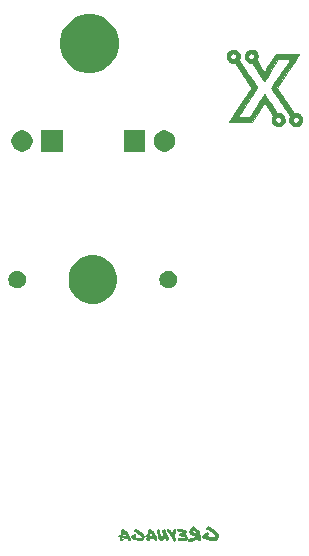
<source format=gbr>
G04 #@! TF.GenerationSoftware,KiCad,Pcbnew,5.1.4-e60b266~84~ubuntu18.04.1*
G04 #@! TF.CreationDate,2019-10-12T11:31:16-06:00*
G04 #@! TF.ProjectId,001,3030312e-6b69-4636-9164-5f7063625858,1*
G04 #@! TF.SameCoordinates,Original*
G04 #@! TF.FileFunction,Soldermask,Bot*
G04 #@! TF.FilePolarity,Negative*
%FSLAX46Y46*%
G04 Gerber Fmt 4.6, Leading zero omitted, Abs format (unit mm)*
G04 Created by KiCad (PCBNEW 5.1.4-e60b266~84~ubuntu18.04.1) date 2019-10-12 11:31:16*
%MOMM*%
%LPD*%
G04 APERTURE LIST*
%ADD10C,0.152400*%
%ADD11C,0.010000*%
G04 APERTURE END LIST*
D10*
G36*
X148139399Y-123636371D02*
G01*
X148134199Y-123601921D01*
X148132499Y-123562301D01*
X148011920Y-123352149D01*
X147848278Y-123179894D01*
X147824168Y-123155774D01*
X147805218Y-123129934D01*
X147782828Y-123109264D01*
X147751818Y-123095484D01*
X147648466Y-123004184D01*
X147522720Y-122924944D01*
X147391806Y-122847434D01*
X147271228Y-122761304D01*
X147241948Y-122769904D01*
X147217828Y-122768204D01*
X147178208Y-122814714D01*
X147126528Y-122840554D01*
X147076578Y-122871564D01*
X147040408Y-122919794D01*
X147052468Y-122928394D01*
X147047268Y-122947344D01*
X147043868Y-122966294D01*
X147059368Y-122974894D01*
X147047308Y-122986954D01*
X147035248Y-122999014D01*
X147040448Y-123016234D01*
X147040448Y-123035184D01*
X147133468Y-123088584D01*
X147240266Y-123140264D01*
X147353954Y-123200554D01*
X147467642Y-123272904D01*
X147583053Y-123364204D01*
X147693296Y-123471003D01*
X147793206Y-123586414D01*
X147872446Y-123701825D01*
X147863846Y-123717325D01*
X147853516Y-123732825D01*
X147731215Y-123732825D01*
X147617527Y-123739725D01*
X147608927Y-123725945D01*
X147598587Y-123713885D01*
X147379823Y-123675985D01*
X147173117Y-123620865D01*
X147228237Y-123601915D01*
X147228237Y-123584685D01*
X147209287Y-123567465D01*
X147255797Y-123526125D01*
X147276467Y-123458945D01*
X147264407Y-123434834D01*
X147276467Y-123412444D01*
X147286807Y-123412444D01*
X147290207Y-123419344D01*
X147293607Y-123426244D01*
X147302207Y-123426244D01*
X147293607Y-123395234D01*
X147283267Y-123365954D01*
X147140296Y-123271214D01*
X147085176Y-123307384D01*
X147016276Y-123345284D01*
X146942206Y-123384904D01*
X146871586Y-123422804D01*
X146818186Y-123457255D01*
X146775126Y-123498595D01*
X146733786Y-123539935D01*
X146683836Y-123574384D01*
X146680436Y-123619175D01*
X146677036Y-123660515D01*
X146756276Y-123760425D01*
X146861351Y-123829325D01*
X146983652Y-123879275D01*
X147118011Y-123917175D01*
X147257537Y-123955075D01*
X147393618Y-123999865D01*
X147443568Y-124001565D01*
X147483188Y-124006765D01*
X147521088Y-124013665D01*
X147562428Y-124018865D01*
X147574488Y-124022265D01*
X147581388Y-124030865D01*
X147643398Y-124036065D01*
X147689908Y-124036065D01*
X147739858Y-124042965D01*
X147788088Y-124048165D01*
X148030967Y-123937922D01*
X148127427Y-123653701D01*
X148130827Y-123643371D01*
X148139427Y-123636471D01*
X148139399Y-123636371D01*
X148139399Y-123636371D01*
G37*
G36*
X146604264Y-123904743D02*
G01*
X146180693Y-123295105D01*
X146209973Y-123374345D01*
X146058389Y-123334725D01*
X145908527Y-123272715D01*
X145953317Y-123171085D01*
X146029107Y-123117685D01*
X146029113Y-123117685D01*
X146079063Y-123177975D01*
X146134183Y-123233095D01*
X146180693Y-123295105D01*
X146604264Y-123904743D01*
X146619764Y-123892683D01*
X146635264Y-123863403D01*
X146616314Y-123863403D01*
X146623214Y-123794503D01*
X146607714Y-123732493D01*
X146593934Y-123673923D01*
X146599134Y-123613633D01*
X146587074Y-123610233D01*
X146580174Y-123586113D01*
X146578474Y-123555103D01*
X146580174Y-123527543D01*
X146545724Y-123417299D01*
X146521604Y-123305334D01*
X146499214Y-123196813D01*
X146464764Y-123096903D01*
X146414814Y-123103803D01*
X146378644Y-123126193D01*
X146283904Y-123026283D01*
X146201224Y-122912595D01*
X146104764Y-122812685D01*
X145972127Y-122761005D01*
X145879107Y-122824735D01*
X145794697Y-122907415D01*
X145768857Y-122926365D01*
X145741297Y-122943595D01*
X145741297Y-122969435D01*
X145701677Y-123022835D01*
X145672397Y-123086565D01*
X145646557Y-123153745D01*
X145618997Y-123217475D01*
X145622397Y-123236425D01*
X145618997Y-123251925D01*
X145613797Y-123269145D01*
X145612097Y-123291535D01*
X145672387Y-123439674D01*
X145799856Y-123530975D01*
X145958330Y-123591265D01*
X146111637Y-123644665D01*
X146104737Y-123651565D01*
X146099537Y-123661895D01*
X146020297Y-123711845D01*
X145966897Y-123744575D01*
X145911777Y-123765245D01*
X145827367Y-123785915D01*
X145744687Y-123806585D01*
X145689567Y-123818645D01*
X145637887Y-123825545D01*
X145563817Y-123834145D01*
X145532807Y-123878935D01*
X145515577Y-123930615D01*
X145513877Y-123980565D01*
X145527657Y-124016735D01*
X145519057Y-124023635D01*
X145501837Y-124023635D01*
X145522507Y-124044305D01*
X145539737Y-124068425D01*
X145560407Y-124090815D01*
X145587967Y-124102875D01*
X145746442Y-124104575D01*
X145992766Y-124025335D01*
X146113344Y-123975385D01*
X146194304Y-123932325D01*
X146258034Y-123885815D01*
X146325214Y-123825525D01*
X146332114Y-123832425D01*
X146337314Y-123839325D01*
X146364874Y-123951289D01*
X146416554Y-124039140D01*
X146454454Y-124044340D01*
X146476844Y-124063290D01*
X146502684Y-124061590D01*
X146518184Y-124052990D01*
X146533684Y-124042650D01*
X146561244Y-124039250D01*
X146571584Y-124009970D01*
X146599144Y-123996190D01*
X146595744Y-123970350D01*
X146600944Y-123949679D01*
X146607844Y-123929010D01*
X146604444Y-123904890D01*
X146604264Y-123904743D01*
X146604264Y-123904743D01*
G37*
G36*
X144550986Y-123083087D02*
G01*
X144550986Y-123102037D01*
X144552686Y-123112367D01*
X144552686Y-123124427D01*
X144549286Y-123141657D01*
X144633696Y-123222617D01*
X144735326Y-123253627D01*
X144849014Y-123272577D01*
X144962702Y-123317367D01*
X145004042Y-123317367D01*
X145055722Y-123322567D01*
X145081562Y-123338067D01*
X145112572Y-123346667D01*
X145107372Y-123379398D01*
X145102172Y-123405237D01*
X144969535Y-123403537D01*
X144824841Y-123394937D01*
X144826541Y-123406997D01*
X144828241Y-123415597D01*
X144804121Y-123437987D01*
X144780001Y-123462108D01*
X144755881Y-123482778D01*
X144724871Y-123487978D01*
X144716271Y-123518988D01*
X144719671Y-123551718D01*
X144774791Y-123591338D01*
X144833361Y-123625788D01*
X144897091Y-123651628D01*
X144971161Y-123658528D01*
X144984941Y-123658528D01*
X144995281Y-123653328D01*
X145034901Y-123658528D01*
X145072801Y-123663728D01*
X145119311Y-123656828D01*
X145165821Y-123649928D01*
X145215771Y-123727438D01*
X145255391Y-123815288D01*
X145158931Y-123822188D01*
X145084861Y-123816988D01*
X145014241Y-123808388D01*
X144922941Y-123804988D01*
X144841981Y-123780868D01*
X144754131Y-123760198D01*
X144730011Y-123779148D01*
X144711061Y-123803268D01*
X144690391Y-123822218D01*
X144664551Y-123829118D01*
X144655951Y-123846348D01*
X144650751Y-123863568D01*
X144645551Y-123879068D01*
X144630051Y-123882468D01*
X144690341Y-123970318D01*
X144766131Y-124015108D01*
X144862591Y-124039218D01*
X144978002Y-124059888D01*
X145003842Y-124058188D01*
X145027962Y-124054788D01*
X145122702Y-124070288D01*
X145234668Y-124075488D01*
X145343188Y-124059988D01*
X145427588Y-124015198D01*
X145446538Y-123987638D01*
X145468928Y-123961798D01*
X145475828Y-123911848D01*
X145486158Y-123855008D01*
X145494758Y-123794718D01*
X145491358Y-123741318D01*
X145470688Y-123694808D01*
X145458628Y-123650018D01*
X145448288Y-123641418D01*
X145434508Y-123634518D01*
X145412118Y-123575948D01*
X145387998Y-123522548D01*
X145362158Y-123470868D01*
X145336318Y-123410577D01*
X145372488Y-123362347D01*
X145387988Y-123308947D01*
X145396588Y-123253827D01*
X145408648Y-123195257D01*
X145367308Y-123153917D01*
X145312188Y-123126357D01*
X145248448Y-123109127D01*
X145176098Y-123093627D01*
X145053797Y-123059177D01*
X144946999Y-123040227D01*
X144836756Y-123024727D01*
X144707565Y-123004057D01*
X144678285Y-123019557D01*
X144662785Y-123010957D01*
X144654185Y-123000627D01*
X144611125Y-123050577D01*
X144550835Y-123083307D01*
X144550986Y-123083087D01*
X144550986Y-123083087D01*
G37*
G36*
X144041112Y-123601575D02*
G01*
X144061782Y-123627415D01*
X144079012Y-123656695D01*
X144097962Y-123692865D01*
X144123802Y-123723875D01*
X144141032Y-123765215D01*
X144168592Y-123797945D01*
X144249552Y-123947807D01*
X144259892Y-123978817D01*
X144275392Y-124006377D01*
X144282292Y-124018437D01*
X144287492Y-124027037D01*
X144290892Y-124044267D01*
X144309842Y-124068387D01*
X144328792Y-124087337D01*
X144340852Y-124101117D01*
X144366692Y-124111447D01*
X144519998Y-123977089D01*
X144518298Y-123959859D01*
X144513098Y-123942639D01*
X144506198Y-123921969D01*
X144490698Y-123873739D01*
X144461418Y-123830679D01*
X144445918Y-123792779D01*
X144404578Y-123711819D01*
X144366678Y-123646359D01*
X144344288Y-123608459D01*
X144385628Y-123558509D01*
X144425248Y-123475829D01*
X144449368Y-123405208D01*
X144454568Y-123367308D01*
X144461468Y-123334578D01*
X144470068Y-123296678D01*
X144473468Y-123257058D01*
X144483798Y-123232938D01*
X144480398Y-123215708D01*
X144478698Y-123184698D01*
X144487298Y-123143358D01*
X144495898Y-123105458D01*
X144497598Y-123064118D01*
X144487258Y-123026218D01*
X144454528Y-122993488D01*
X144425248Y-122991788D01*
X144395968Y-123009018D01*
X144366688Y-123024518D01*
X144330518Y-123041748D01*
X144294348Y-123064138D01*
X144282288Y-123088258D01*
X144259898Y-123107208D01*
X144259898Y-123126158D01*
X144258198Y-123145108D01*
X144251298Y-123172668D01*
X144244398Y-123193339D01*
X144239198Y-123239848D01*
X144228868Y-123279468D01*
X144218538Y-123319088D01*
X144216838Y-123363878D01*
X144199608Y-123351818D01*
X144192708Y-123346618D01*
X144185808Y-123341418D01*
X144084178Y-123203614D01*
X144087578Y-123186384D01*
X144051408Y-123151934D01*
X144025568Y-123126094D01*
X144003178Y-123100254D01*
X143984228Y-123086474D01*
X143827476Y-122979676D01*
X143803356Y-122976276D01*
X143796456Y-122998666D01*
X143768896Y-123033116D01*
X143722386Y-123062396D01*
X143706886Y-123072736D01*
X143698286Y-123098576D01*
X143699986Y-123114076D01*
X143693086Y-123131306D01*
X143727536Y-123191596D01*
X143765436Y-123226046D01*
X143794716Y-123251886D01*
X143813666Y-123279446D01*
X143825726Y-123293226D01*
X143872236Y-123348346D01*
X143877436Y-123369016D01*
X143898106Y-123369016D01*
X143906706Y-123375916D01*
X143923936Y-123405196D01*
X143941156Y-123427586D01*
X143949756Y-123436187D01*
X143954956Y-123449967D01*
X143960156Y-123463747D01*
X143987716Y-123498197D01*
X143999776Y-123522317D01*
X144013556Y-123549877D01*
X144032506Y-123575717D01*
X144041112Y-123601575D01*
X144041112Y-123601575D01*
G37*
G36*
X143532960Y-123739379D02*
G01*
X143555350Y-123758329D01*
X143569130Y-123787609D01*
X143581190Y-123816889D01*
X143598420Y-123828949D01*
X143608750Y-123853069D01*
X143622530Y-123875459D01*
X143632860Y-123899579D01*
X143629460Y-123928859D01*
X143646680Y-123958139D01*
X143655280Y-123994309D01*
X143669060Y-124023589D01*
X143706960Y-124033929D01*
X143708660Y-124042529D01*
X143703460Y-124054589D01*
X143732740Y-124056289D01*
X143755130Y-124064889D01*
X143810250Y-124028719D01*
X143848150Y-123971879D01*
X143877430Y-123906419D01*
X143901550Y-123849579D01*
X143899850Y-123813409D01*
X143911910Y-123782399D01*
X143890570Y-123737239D01*
X143868740Y-123691319D01*
X143846430Y-123644649D01*
X143823630Y-123597229D01*
X143800350Y-123549049D01*
X143776580Y-123500119D01*
X143752330Y-123450429D01*
X143727590Y-123399988D01*
X143702770Y-123349248D01*
X143678280Y-123298678D01*
X143654110Y-123248268D01*
X143630260Y-123198018D01*
X143606740Y-123147928D01*
X143583540Y-123097998D01*
X143560660Y-123048228D01*
X143538110Y-122998628D01*
X143460600Y-123034798D01*
X143389980Y-123079588D01*
X143334860Y-123139878D01*
X143305580Y-123213948D01*
X143314180Y-123222548D01*
X143321080Y-123224248D01*
X143314180Y-123236308D01*
X143314180Y-123243208D01*
X143314180Y-123253548D01*
X143308980Y-123269048D01*
X143319310Y-123270748D01*
X143329650Y-123270748D01*
X143326250Y-123301758D01*
X143333150Y-123324148D01*
X143341750Y-123344818D01*
X143340050Y-123372378D01*
X143348650Y-123375778D01*
X143352050Y-123380979D01*
X143357250Y-123386178D01*
X143364150Y-123386178D01*
X143360750Y-123461969D01*
X143364150Y-123539479D01*
X143362450Y-123620439D01*
X143350390Y-123706569D01*
X143252210Y-123613549D01*
X143191920Y-123486080D01*
X143155750Y-123334495D01*
X143129910Y-123169130D01*
X143105790Y-123131230D01*
X143090290Y-123084720D01*
X143076510Y-123034770D01*
X143059280Y-122988260D01*
X143016220Y-123005490D01*
X142981770Y-123033050D01*
X142949040Y-123060610D01*
X142905980Y-123076110D01*
X142868080Y-123132950D01*
X142845690Y-123191520D01*
X142859470Y-123222530D01*
X142868070Y-123256980D01*
X142881850Y-123289710D01*
X142905970Y-123313830D01*
X142919750Y-123396510D01*
X142935250Y-123468861D01*
X142947310Y-123544651D01*
X142950710Y-123629051D01*
X142979990Y-123713451D01*
X143004110Y-123794411D01*
X143047170Y-123847811D01*
X143079900Y-123909821D01*
X143088500Y-123913221D01*
X143100560Y-123908021D01*
X143100560Y-123918361D01*
X143105760Y-123925261D01*
X143109160Y-123932161D01*
X143105760Y-123945941D01*
X143148820Y-123975221D01*
X143190160Y-124009671D01*
X143241840Y-124030341D01*
X143319350Y-124018281D01*
X143445096Y-123899425D01*
X143532946Y-123739228D01*
X143532960Y-123739379D01*
X143532960Y-123739379D01*
G37*
G36*
X141979222Y-123908189D02*
G01*
X142477038Y-123610188D01*
X142384018Y-123603288D01*
X142289278Y-123587788D01*
X142315118Y-123480990D01*
X142344398Y-123369023D01*
X142354728Y-123386253D01*
X142421908Y-123467214D01*
X142475308Y-123551624D01*
X142495978Y-123582634D01*
X142514928Y-123613644D01*
X142495978Y-123611944D01*
X142477028Y-123610244D01*
X142477038Y-123610188D01*
X141979222Y-123908189D01*
X142010232Y-123968479D01*
X142056742Y-124021879D01*
X142115312Y-124059779D01*
X142184212Y-124077009D01*
X142215222Y-124064949D01*
X142230722Y-124054619D01*
X142241062Y-124049419D01*
X142247962Y-124044219D01*
X142268632Y-124035619D01*
X142261732Y-124013229D01*
X142263432Y-123992559D01*
X142284102Y-123970169D01*
X142294442Y-123959829D01*
X142303042Y-123949498D01*
X142332322Y-123916769D01*
X142285812Y-123904709D01*
X142228962Y-123873699D01*
X142216902Y-123809959D01*
X142275472Y-123808259D01*
X142321982Y-123820319D01*
X142385712Y-123835819D01*
X142454612Y-123841019D01*
X142480452Y-123841019D01*
X142506292Y-123837619D01*
X142523512Y-123834219D01*
X142530412Y-123813549D01*
X142537312Y-123806649D01*
X142556262Y-123784259D01*
X142559662Y-123746359D01*
X142569992Y-123715349D01*
X142585492Y-123758409D01*
X142592392Y-123775639D01*
X142609622Y-123779039D01*
X142614822Y-123787639D01*
X142616522Y-123796239D01*
X142625122Y-123825519D01*
X142632022Y-123832419D01*
X142638922Y-123837619D01*
X142647522Y-123868629D01*
X142657862Y-123897909D01*
X142673362Y-123942699D01*
X142676762Y-123984039D01*
X142683662Y-124002989D01*
X142702612Y-124020219D01*
X142723282Y-124030549D01*
X142733622Y-124037449D01*
X142742222Y-124040849D01*
X142747422Y-124059799D01*
X142768092Y-124063199D01*
X142795652Y-124068399D01*
X142812882Y-124070099D01*
X142830112Y-124068399D01*
X142859392Y-124044279D01*
X142883512Y-124025329D01*
X142900732Y-123994319D01*
X142904132Y-123975369D01*
X142907532Y-123958139D01*
X142912732Y-123947809D01*
X142935122Y-123927139D01*
X142916172Y-123911639D01*
X142914472Y-123882359D01*
X142842122Y-123713550D01*
X142761162Y-123548185D01*
X142735322Y-123493065D01*
X142707762Y-123437944D01*
X142709462Y-123425884D01*
X142706062Y-123410384D01*
X142675052Y-123358704D01*
X142650932Y-123310474D01*
X142623372Y-123253634D01*
X142585472Y-123196794D01*
X142557912Y-123184735D01*
X142545852Y-123181334D01*
X142530352Y-123177934D01*
X142504512Y-123181334D01*
X142420112Y-123119324D01*
X142346042Y-123021134D01*
X142328812Y-122997024D01*
X142306422Y-123010804D01*
X142282302Y-123021134D01*
X142249572Y-123029734D01*
X142191002Y-123045234D01*
X142146212Y-123071074D01*
X142134152Y-123112414D01*
X142128952Y-123139974D01*
X142120352Y-123198544D01*
X142113452Y-123264004D01*
X142099672Y-123322574D01*
X142087612Y-123379414D01*
X142070392Y-123460375D01*
X142048002Y-123532725D01*
X142030772Y-123534425D01*
X142013552Y-123529225D01*
X141991162Y-123525825D01*
X141972212Y-123524125D01*
X141965312Y-123541355D01*
X141948082Y-123558585D01*
X141915352Y-123568925D01*
X141896402Y-123584425D01*
X141882622Y-123594765D01*
X141856782Y-123605095D01*
X141870562Y-123630935D01*
X141920512Y-123691225D01*
X141991132Y-123737735D01*
X141989432Y-123758405D01*
X141984232Y-123777355D01*
X141975632Y-123837645D01*
X141975632Y-123901375D01*
X141979222Y-123908189D01*
X141979222Y-123908189D01*
G37*
G36*
X140642524Y-123742824D02*
G01*
X140751045Y-123858235D01*
X140899184Y-123925415D01*
X141069716Y-123971925D01*
X141240249Y-124025325D01*
X141283309Y-124027025D01*
X141317759Y-124032225D01*
X141348769Y-124037425D01*
X141383219Y-124040825D01*
X141391819Y-124044225D01*
X141397019Y-124051125D01*
X141450419Y-124056325D01*
X141488319Y-124056325D01*
X141531379Y-124061525D01*
X141569279Y-124066725D01*
X141772540Y-123975425D01*
X141853500Y-123737713D01*
X141856900Y-123727383D01*
X141863800Y-123722183D01*
X141860400Y-123692903D01*
X141858700Y-123661893D01*
X141757070Y-123486193D01*
X141620989Y-123341498D01*
X141600319Y-123320828D01*
X141584819Y-123300158D01*
X141565869Y-123282928D01*
X141540029Y-123270868D01*
X141453899Y-123195078D01*
X141348824Y-123129618D01*
X141240304Y-123065888D01*
X141140394Y-122993538D01*
X141112834Y-122998738D01*
X141093884Y-122998738D01*
X141061154Y-123034908D01*
X141018094Y-123057298D01*
X140976754Y-123083138D01*
X140947474Y-123124478D01*
X140957814Y-123133078D01*
X140952614Y-123148578D01*
X140950914Y-123164078D01*
X140962974Y-123170978D01*
X140952644Y-123181318D01*
X140942304Y-123189918D01*
X140947504Y-123203698D01*
X140947504Y-123220928D01*
X141025024Y-123263988D01*
X141112874Y-123308778D01*
X141207614Y-123358728D01*
X141302354Y-123419018D01*
X141397094Y-123496539D01*
X141490114Y-123584389D01*
X141574524Y-123680849D01*
X141641704Y-123777309D01*
X141634804Y-123791089D01*
X141626204Y-123803149D01*
X141524574Y-123803149D01*
X141428114Y-123808349D01*
X141421214Y-123798009D01*
X141412614Y-123787669D01*
X141230024Y-123756659D01*
X141057769Y-123710149D01*
X141083609Y-123701549D01*
X141104279Y-123692949D01*
X141104279Y-123679169D01*
X141087049Y-123665389D01*
X141126669Y-123630939D01*
X141143899Y-123575819D01*
X141133569Y-123555149D01*
X141143899Y-123536199D01*
X141152499Y-123536199D01*
X141155899Y-123541399D01*
X141157599Y-123548299D01*
X141166199Y-123546599D01*
X141159299Y-123520759D01*
X141148959Y-123496649D01*
X141030104Y-123417408D01*
X140983594Y-123448419D01*
X140926754Y-123481149D01*
X140864744Y-123513879D01*
X140804454Y-123544889D01*
X140761394Y-123572449D01*
X140725224Y-123608619D01*
X140690774Y-123643069D01*
X140647714Y-123672349D01*
X140646014Y-123708519D01*
X140642614Y-123742969D01*
X140642524Y-123742824D01*
X140642524Y-123742824D01*
G37*
G36*
X139714223Y-123896496D02*
G01*
X140208439Y-123591681D01*
X140115419Y-123584781D01*
X140020679Y-123569280D01*
X140046519Y-123462483D01*
X140075799Y-123350516D01*
X140086139Y-123367746D01*
X140153319Y-123448707D01*
X140206719Y-123533117D01*
X140227389Y-123564127D01*
X140246339Y-123595137D01*
X140227389Y-123593437D01*
X140208439Y-123591737D01*
X140208439Y-123591681D01*
X139714223Y-123896496D01*
X139745233Y-123956786D01*
X139791743Y-124010186D01*
X139850313Y-124048086D01*
X139919213Y-124065316D01*
X139950223Y-124053256D01*
X139965723Y-124042926D01*
X139976063Y-124037726D01*
X139982963Y-124032526D01*
X140003633Y-124023926D01*
X139996733Y-124001536D01*
X139998433Y-123980866D01*
X140019103Y-123958476D01*
X140029443Y-123948135D01*
X140038043Y-123937806D01*
X140067323Y-123905076D01*
X140020813Y-123893016D01*
X139963963Y-123862006D01*
X139951903Y-123798266D01*
X140010473Y-123796566D01*
X140056983Y-123808626D01*
X140120713Y-123824126D01*
X140189613Y-123829326D01*
X140215453Y-123829326D01*
X140241293Y-123825926D01*
X140258513Y-123822526D01*
X140265413Y-123801856D01*
X140272313Y-123794956D01*
X140291263Y-123772566D01*
X140294663Y-123734666D01*
X140304993Y-123703655D01*
X140320493Y-123746716D01*
X140327393Y-123763946D01*
X140344623Y-123767346D01*
X140349823Y-123775946D01*
X140351523Y-123784546D01*
X140360123Y-123813826D01*
X140367023Y-123820726D01*
X140373923Y-123825926D01*
X140382523Y-123856936D01*
X140392863Y-123886216D01*
X140408363Y-123931006D01*
X140411763Y-123972346D01*
X140418663Y-123991296D01*
X140437613Y-124008526D01*
X140458283Y-124018856D01*
X140468623Y-124025756D01*
X140477223Y-124029156D01*
X140482423Y-124048106D01*
X140503093Y-124051506D01*
X140530653Y-124056706D01*
X140547883Y-124058406D01*
X140565113Y-124056706D01*
X140594393Y-124032586D01*
X140618513Y-124013636D01*
X140635733Y-123982626D01*
X140639133Y-123963675D01*
X140642533Y-123946446D01*
X140647733Y-123936116D01*
X140670123Y-123915446D01*
X140651173Y-123899946D01*
X140649473Y-123870666D01*
X140577123Y-123701857D01*
X140496163Y-123536492D01*
X140470323Y-123481372D01*
X140442763Y-123426251D01*
X140444463Y-123414191D01*
X140441063Y-123398691D01*
X140410053Y-123347011D01*
X140385933Y-123298781D01*
X140358373Y-123241941D01*
X140320473Y-123185102D01*
X140292913Y-123173041D01*
X140280853Y-123169641D01*
X140265353Y-123166241D01*
X140239513Y-123169641D01*
X140155113Y-123107631D01*
X140081043Y-123009441D01*
X140063813Y-122985331D01*
X140041423Y-122999111D01*
X140017303Y-123009441D01*
X139984573Y-123018041D01*
X139926003Y-123033541D01*
X139881213Y-123059381D01*
X139869153Y-123100721D01*
X139863953Y-123128281D01*
X139855353Y-123186851D01*
X139848453Y-123252311D01*
X139834673Y-123310881D01*
X139822613Y-123367721D01*
X139805383Y-123448682D01*
X139782993Y-123521032D01*
X139765763Y-123522732D01*
X139748543Y-123517532D01*
X139726153Y-123514132D01*
X139707203Y-123512432D01*
X139700303Y-123529662D01*
X139683073Y-123546892D01*
X139650343Y-123557232D01*
X139631393Y-123572732D01*
X139617613Y-123583072D01*
X139591773Y-123593402D01*
X139605553Y-123619242D01*
X139655503Y-123679532D01*
X139726123Y-123726042D01*
X139724423Y-123746712D01*
X139719223Y-123765662D01*
X139710623Y-123825952D01*
X139710623Y-123889682D01*
X139714223Y-123896496D01*
X139714223Y-123896496D01*
G37*
D11*
G36*
X149486695Y-82472001D02*
G01*
X149617544Y-82530621D01*
X149732153Y-82624035D01*
X149816629Y-82736766D01*
X149847187Y-82794715D01*
X149864839Y-82849135D01*
X149872932Y-82915466D01*
X149874817Y-83005083D01*
X149870184Y-83119148D01*
X149855120Y-83202929D01*
X149836044Y-83252356D01*
X149797272Y-83330296D01*
X150585697Y-84467038D01*
X150721401Y-84663077D01*
X150849717Y-84849186D01*
X150968638Y-85022404D01*
X151076155Y-85179773D01*
X151170262Y-85318331D01*
X151248949Y-85435119D01*
X151310209Y-85527175D01*
X151352034Y-85591541D01*
X151372417Y-85625255D01*
X151374122Y-85629402D01*
X151362805Y-85650995D01*
X151330109Y-85705022D01*
X151277914Y-85788551D01*
X151208102Y-85898646D01*
X151122555Y-86032373D01*
X151023153Y-86186797D01*
X150911777Y-86358984D01*
X150790310Y-86546000D01*
X150660632Y-86744909D01*
X150577364Y-86872259D01*
X150443219Y-87077403D01*
X150315782Y-87272685D01*
X150196974Y-87455139D01*
X150088715Y-87621796D01*
X149992923Y-87769692D01*
X149911518Y-87895858D01*
X149846419Y-87997330D01*
X149799547Y-88071140D01*
X149772820Y-88114321D01*
X149767239Y-88124330D01*
X149766081Y-88135529D01*
X149775564Y-88144052D01*
X149800552Y-88150258D01*
X149845906Y-88154508D01*
X149916491Y-88157160D01*
X150017170Y-88158576D01*
X150152806Y-88159114D01*
X150238147Y-88159167D01*
X150722422Y-88159167D01*
X151318940Y-87201375D01*
X151433181Y-87018070D01*
X151541300Y-86844832D01*
X151641116Y-86685138D01*
X151730448Y-86542465D01*
X151807116Y-86420292D01*
X151868938Y-86322095D01*
X151913733Y-86251352D01*
X151939322Y-86211541D01*
X151943952Y-86204697D01*
X151952320Y-86198208D01*
X151964173Y-86200511D01*
X151981495Y-86214426D01*
X152006269Y-86242774D01*
X152040479Y-86288376D01*
X152086107Y-86354053D01*
X152145137Y-86442626D01*
X152219553Y-86556915D01*
X152311337Y-86699742D01*
X152422474Y-86873928D01*
X152498311Y-86993155D01*
X153024174Y-87820500D01*
X153142829Y-87820965D01*
X153290199Y-87841307D01*
X153422211Y-87897901D01*
X153533643Y-87985894D01*
X153619277Y-88100436D01*
X153673895Y-88236678D01*
X153689839Y-88329330D01*
X153683996Y-88477368D01*
X153642201Y-88611925D01*
X153569786Y-88728888D01*
X153472083Y-88824141D01*
X153354423Y-88893572D01*
X153222139Y-88933066D01*
X153080562Y-88938509D01*
X152940263Y-88907672D01*
X152829796Y-88849687D01*
X152727335Y-88762012D01*
X152645899Y-88656992D01*
X152616670Y-88600765D01*
X152582529Y-88477370D01*
X152578513Y-88393065D01*
X152891067Y-88393065D01*
X152897350Y-88455959D01*
X152922106Y-88506487D01*
X152965676Y-88555509D01*
X153013292Y-88599487D01*
X153052825Y-88619873D01*
X153103226Y-88623272D01*
X153149627Y-88619612D01*
X153225189Y-88606977D01*
X153277700Y-88581233D01*
X153318434Y-88542552D01*
X153366084Y-88460616D01*
X153379730Y-88367916D01*
X153358790Y-88277697D01*
X153332013Y-88233539D01*
X153272916Y-88179308D01*
X153199933Y-88140633D01*
X153128698Y-88124515D01*
X153095888Y-88127814D01*
X152994873Y-88170387D01*
X152929492Y-88233986D01*
X152896570Y-88322720D01*
X152891067Y-88393065D01*
X152578513Y-88393065D01*
X152576076Y-88341937D01*
X152596871Y-88210930D01*
X152629391Y-88126803D01*
X152673844Y-88041522D01*
X152332664Y-87504363D01*
X152246542Y-87369619D01*
X152167213Y-87247120D01*
X152097613Y-87141272D01*
X152040675Y-87056478D01*
X151999335Y-86997144D01*
X151976529Y-86967675D01*
X151973429Y-86965226D01*
X151958855Y-86982214D01*
X151924356Y-87031619D01*
X151872259Y-87109847D01*
X151804890Y-87213302D01*
X151724577Y-87338390D01*
X151633646Y-87481515D01*
X151534425Y-87639082D01*
X151454091Y-87767583D01*
X150952808Y-88571917D01*
X150036310Y-88563585D01*
X149841173Y-88561533D01*
X149657426Y-88559067D01*
X149489766Y-88556291D01*
X149342887Y-88553304D01*
X149221487Y-88550209D01*
X149130261Y-88547108D01*
X149073906Y-88544103D01*
X149058929Y-88542418D01*
X148998045Y-88529583D01*
X149939139Y-87091088D01*
X150084712Y-86868364D01*
X150223398Y-86655764D01*
X150353472Y-86455960D01*
X150473205Y-86271623D01*
X150580873Y-86105425D01*
X150674749Y-85960037D01*
X150753105Y-85838129D01*
X150814216Y-85742374D01*
X150856355Y-85675442D01*
X150877796Y-85640004D01*
X150880233Y-85635012D01*
X150868499Y-85614892D01*
X150834707Y-85563120D01*
X150780968Y-85482796D01*
X150709395Y-85377022D01*
X150622100Y-85248900D01*
X150521197Y-85101531D01*
X150408797Y-84938017D01*
X150287014Y-84761459D01*
X150171219Y-84594093D01*
X149462204Y-83570755D01*
X149327706Y-83569980D01*
X149197031Y-83558526D01*
X149088509Y-83521869D01*
X148986572Y-83454025D01*
X148954871Y-83426625D01*
X148854936Y-83312352D01*
X148793354Y-83182691D01*
X148769128Y-83057170D01*
X148770637Y-83016931D01*
X149080517Y-83016931D01*
X149096428Y-83104160D01*
X149141822Y-83180683D01*
X149212259Y-83234259D01*
X149287135Y-83263193D01*
X149352376Y-83264708D01*
X149426670Y-83240804D01*
X149506013Y-83186818D01*
X149553593Y-83105765D01*
X149567900Y-83010538D01*
X149552075Y-82911213D01*
X149502924Y-82836629D01*
X149440666Y-82793296D01*
X149342967Y-82763926D01*
X149245780Y-82776855D01*
X149210159Y-82792335D01*
X149137334Y-82850886D01*
X149094136Y-82929129D01*
X149080517Y-83016931D01*
X148770637Y-83016931D01*
X148774883Y-82903771D01*
X148819490Y-82764641D01*
X148900679Y-82644005D01*
X149016177Y-82546088D01*
X149056905Y-82521923D01*
X149200358Y-82465950D01*
X149345627Y-82449877D01*
X149486695Y-82472001D01*
X149486695Y-82472001D01*
G37*
X149486695Y-82472001D02*
X149617544Y-82530621D01*
X149732153Y-82624035D01*
X149816629Y-82736766D01*
X149847187Y-82794715D01*
X149864839Y-82849135D01*
X149872932Y-82915466D01*
X149874817Y-83005083D01*
X149870184Y-83119148D01*
X149855120Y-83202929D01*
X149836044Y-83252356D01*
X149797272Y-83330296D01*
X150585697Y-84467038D01*
X150721401Y-84663077D01*
X150849717Y-84849186D01*
X150968638Y-85022404D01*
X151076155Y-85179773D01*
X151170262Y-85318331D01*
X151248949Y-85435119D01*
X151310209Y-85527175D01*
X151352034Y-85591541D01*
X151372417Y-85625255D01*
X151374122Y-85629402D01*
X151362805Y-85650995D01*
X151330109Y-85705022D01*
X151277914Y-85788551D01*
X151208102Y-85898646D01*
X151122555Y-86032373D01*
X151023153Y-86186797D01*
X150911777Y-86358984D01*
X150790310Y-86546000D01*
X150660632Y-86744909D01*
X150577364Y-86872259D01*
X150443219Y-87077403D01*
X150315782Y-87272685D01*
X150196974Y-87455139D01*
X150088715Y-87621796D01*
X149992923Y-87769692D01*
X149911518Y-87895858D01*
X149846419Y-87997330D01*
X149799547Y-88071140D01*
X149772820Y-88114321D01*
X149767239Y-88124330D01*
X149766081Y-88135529D01*
X149775564Y-88144052D01*
X149800552Y-88150258D01*
X149845906Y-88154508D01*
X149916491Y-88157160D01*
X150017170Y-88158576D01*
X150152806Y-88159114D01*
X150238147Y-88159167D01*
X150722422Y-88159167D01*
X151318940Y-87201375D01*
X151433181Y-87018070D01*
X151541300Y-86844832D01*
X151641116Y-86685138D01*
X151730448Y-86542465D01*
X151807116Y-86420292D01*
X151868938Y-86322095D01*
X151913733Y-86251352D01*
X151939322Y-86211541D01*
X151943952Y-86204697D01*
X151952320Y-86198208D01*
X151964173Y-86200511D01*
X151981495Y-86214426D01*
X152006269Y-86242774D01*
X152040479Y-86288376D01*
X152086107Y-86354053D01*
X152145137Y-86442626D01*
X152219553Y-86556915D01*
X152311337Y-86699742D01*
X152422474Y-86873928D01*
X152498311Y-86993155D01*
X153024174Y-87820500D01*
X153142829Y-87820965D01*
X153290199Y-87841307D01*
X153422211Y-87897901D01*
X153533643Y-87985894D01*
X153619277Y-88100436D01*
X153673895Y-88236678D01*
X153689839Y-88329330D01*
X153683996Y-88477368D01*
X153642201Y-88611925D01*
X153569786Y-88728888D01*
X153472083Y-88824141D01*
X153354423Y-88893572D01*
X153222139Y-88933066D01*
X153080562Y-88938509D01*
X152940263Y-88907672D01*
X152829796Y-88849687D01*
X152727335Y-88762012D01*
X152645899Y-88656992D01*
X152616670Y-88600765D01*
X152582529Y-88477370D01*
X152578513Y-88393065D01*
X152891067Y-88393065D01*
X152897350Y-88455959D01*
X152922106Y-88506487D01*
X152965676Y-88555509D01*
X153013292Y-88599487D01*
X153052825Y-88619873D01*
X153103226Y-88623272D01*
X153149627Y-88619612D01*
X153225189Y-88606977D01*
X153277700Y-88581233D01*
X153318434Y-88542552D01*
X153366084Y-88460616D01*
X153379730Y-88367916D01*
X153358790Y-88277697D01*
X153332013Y-88233539D01*
X153272916Y-88179308D01*
X153199933Y-88140633D01*
X153128698Y-88124515D01*
X153095888Y-88127814D01*
X152994873Y-88170387D01*
X152929492Y-88233986D01*
X152896570Y-88322720D01*
X152891067Y-88393065D01*
X152578513Y-88393065D01*
X152576076Y-88341937D01*
X152596871Y-88210930D01*
X152629391Y-88126803D01*
X152673844Y-88041522D01*
X152332664Y-87504363D01*
X152246542Y-87369619D01*
X152167213Y-87247120D01*
X152097613Y-87141272D01*
X152040675Y-87056478D01*
X151999335Y-86997144D01*
X151976529Y-86967675D01*
X151973429Y-86965226D01*
X151958855Y-86982214D01*
X151924356Y-87031619D01*
X151872259Y-87109847D01*
X151804890Y-87213302D01*
X151724577Y-87338390D01*
X151633646Y-87481515D01*
X151534425Y-87639082D01*
X151454091Y-87767583D01*
X150952808Y-88571917D01*
X150036310Y-88563585D01*
X149841173Y-88561533D01*
X149657426Y-88559067D01*
X149489766Y-88556291D01*
X149342887Y-88553304D01*
X149221487Y-88550209D01*
X149130261Y-88547108D01*
X149073906Y-88544103D01*
X149058929Y-88542418D01*
X148998045Y-88529583D01*
X149939139Y-87091088D01*
X150084712Y-86868364D01*
X150223398Y-86655764D01*
X150353472Y-86455960D01*
X150473205Y-86271623D01*
X150580873Y-86105425D01*
X150674749Y-85960037D01*
X150753105Y-85838129D01*
X150814216Y-85742374D01*
X150856355Y-85675442D01*
X150877796Y-85640004D01*
X150880233Y-85635012D01*
X150868499Y-85614892D01*
X150834707Y-85563120D01*
X150780968Y-85482796D01*
X150709395Y-85377022D01*
X150622100Y-85248900D01*
X150521197Y-85101531D01*
X150408797Y-84938017D01*
X150287014Y-84761459D01*
X150171219Y-84594093D01*
X149462204Y-83570755D01*
X149327706Y-83569980D01*
X149197031Y-83558526D01*
X149088509Y-83521869D01*
X148986572Y-83454025D01*
X148954871Y-83426625D01*
X148854936Y-83312352D01*
X148793354Y-83182691D01*
X148769128Y-83057170D01*
X148770637Y-83016931D01*
X149080517Y-83016931D01*
X149096428Y-83104160D01*
X149141822Y-83180683D01*
X149212259Y-83234259D01*
X149287135Y-83263193D01*
X149352376Y-83264708D01*
X149426670Y-83240804D01*
X149506013Y-83186818D01*
X149553593Y-83105765D01*
X149567900Y-83010538D01*
X149552075Y-82911213D01*
X149502924Y-82836629D01*
X149440666Y-82793296D01*
X149342967Y-82763926D01*
X149245780Y-82776855D01*
X149210159Y-82792335D01*
X149137334Y-82850886D01*
X149094136Y-82929129D01*
X149080517Y-83016931D01*
X148770637Y-83016931D01*
X148774883Y-82903771D01*
X148819490Y-82764641D01*
X148900679Y-82644005D01*
X149016177Y-82546088D01*
X149056905Y-82521923D01*
X149200358Y-82465950D01*
X149345627Y-82449877D01*
X149486695Y-82472001D01*
G36*
X150977201Y-82460820D02*
G01*
X151105718Y-82507149D01*
X151220497Y-82584312D01*
X151315009Y-82690904D01*
X151377182Y-82810412D01*
X151403092Y-82923346D01*
X151405519Y-83051015D01*
X151385434Y-83175027D01*
X151353463Y-83259907D01*
X151309518Y-83344219D01*
X151626899Y-83848371D01*
X151722939Y-84000063D01*
X151799420Y-84118654D01*
X151858621Y-84207306D01*
X151902822Y-84269185D01*
X151934302Y-84307455D01*
X151955339Y-84325278D01*
X151968214Y-84325821D01*
X151969787Y-84324387D01*
X151986113Y-84300773D01*
X152022129Y-84245038D01*
X152075361Y-84161125D01*
X152143334Y-84052979D01*
X152223572Y-83924544D01*
X152313599Y-83779766D01*
X152410941Y-83622587D01*
X152455692Y-83550125D01*
X152916090Y-82804000D01*
X153930162Y-82804000D01*
X154132830Y-82804219D01*
X154321997Y-82804848D01*
X154493568Y-82805842D01*
X154643450Y-82807157D01*
X154767547Y-82808751D01*
X154861767Y-82810579D01*
X154922014Y-82812596D01*
X154944196Y-82814760D01*
X154944233Y-82814854D01*
X154932697Y-82833678D01*
X154899259Y-82884978D01*
X154845675Y-82966126D01*
X154773700Y-83074492D01*
X154685090Y-83207447D01*
X154581600Y-83362361D01*
X154464987Y-83536605D01*
X154337004Y-83727550D01*
X154199409Y-83932566D01*
X154053957Y-84149024D01*
X153981700Y-84256461D01*
X153019167Y-85687212D01*
X153153774Y-85880731D01*
X153193059Y-85937415D01*
X153253306Y-86024618D01*
X153331505Y-86137971D01*
X153424643Y-86273103D01*
X153529709Y-86425642D01*
X153643693Y-86591219D01*
X153763581Y-86765462D01*
X153885045Y-86942083D01*
X154481710Y-87809917D01*
X154644222Y-87822533D01*
X154769329Y-87838884D01*
X154866918Y-87869617D01*
X154950957Y-87920682D01*
X155020427Y-87982771D01*
X155107414Y-88092001D01*
X155158032Y-88213040D01*
X155175994Y-88355139D01*
X155176137Y-88370833D01*
X155156786Y-88526770D01*
X155100586Y-88665696D01*
X155010317Y-88782944D01*
X154888759Y-88873845D01*
X154870772Y-88883500D01*
X154777220Y-88915869D01*
X154663107Y-88932872D01*
X154547865Y-88933019D01*
X154453006Y-88915522D01*
X154315880Y-88849281D01*
X154205481Y-88754037D01*
X154124747Y-88635804D01*
X154076615Y-88500594D01*
X154064023Y-88354421D01*
X154066260Y-88341358D01*
X154377200Y-88341358D01*
X154381750Y-88436692D01*
X154404749Y-88498348D01*
X154463041Y-88569134D01*
X154543099Y-88611713D01*
X154633184Y-88623755D01*
X154721559Y-88602929D01*
X154771863Y-88571224D01*
X154836879Y-88494424D01*
X154866713Y-88410006D01*
X154865079Y-88325295D01*
X154835690Y-88247616D01*
X154782259Y-88184293D01*
X154708499Y-88142650D01*
X154618123Y-88130012D01*
X154553498Y-88140467D01*
X154466912Y-88184012D01*
X154406867Y-88254053D01*
X154377200Y-88341358D01*
X154066260Y-88341358D01*
X154089909Y-88203299D01*
X154095932Y-88184552D01*
X154116852Y-88112826D01*
X154127519Y-88055377D01*
X154125909Y-88025802D01*
X154111592Y-88004408D01*
X154075311Y-87951097D01*
X154019092Y-87868827D01*
X153944966Y-87760558D01*
X153854961Y-87629249D01*
X153751105Y-87477860D01*
X153635429Y-87309350D01*
X153509959Y-87126678D01*
X153376726Y-86932803D01*
X153319634Y-86849755D01*
X153179346Y-86645033D01*
X153048250Y-86452406D01*
X152928158Y-86274612D01*
X152820879Y-86114389D01*
X152728225Y-85974476D01*
X152652005Y-85857611D01*
X152594029Y-85766533D01*
X152556108Y-85703982D01*
X152540053Y-85672694D01*
X152539710Y-85669939D01*
X152553158Y-85647857D01*
X152588334Y-85593628D01*
X152643280Y-85510190D01*
X152716036Y-85400483D01*
X152804644Y-85267445D01*
X152907145Y-85114014D01*
X153021579Y-84943129D01*
X153145988Y-84757729D01*
X153278412Y-84560753D01*
X153355982Y-84445532D01*
X153491691Y-84243889D01*
X153620214Y-84052606D01*
X153739628Y-83874563D01*
X153848011Y-83712643D01*
X153943438Y-83569728D01*
X154023988Y-83448700D01*
X154087738Y-83352442D01*
X154132764Y-83283835D01*
X154157144Y-83245762D01*
X154161067Y-83238805D01*
X154140859Y-83235660D01*
X154084074Y-83232920D01*
X153996466Y-83230703D01*
X153883788Y-83229127D01*
X153751795Y-83228310D01*
X153647775Y-83228260D01*
X153134483Y-83229186D01*
X152553030Y-84171808D01*
X152441304Y-84352692D01*
X152336148Y-84522476D01*
X152239672Y-84677785D01*
X152153987Y-84815241D01*
X152081204Y-84931470D01*
X152023435Y-85023095D01*
X151982789Y-85086739D01*
X151961378Y-85119026D01*
X151958689Y-85122395D01*
X151945099Y-85106752D01*
X151911430Y-85058794D01*
X151860029Y-84982113D01*
X151793238Y-84880302D01*
X151713403Y-84756953D01*
X151622868Y-84615658D01*
X151523977Y-84460010D01*
X151453393Y-84348180D01*
X150960984Y-83566000D01*
X150841233Y-83565793D01*
X150696339Y-83546916D01*
X150569877Y-83494677D01*
X150464184Y-83414864D01*
X150381597Y-83313269D01*
X150324451Y-83195684D01*
X150295085Y-83067897D01*
X150295154Y-83055685D01*
X150607658Y-83055685D01*
X150618964Y-83103765D01*
X150649951Y-83150287D01*
X150657461Y-83159353D01*
X150719817Y-83213219D01*
X150793449Y-83247995D01*
X150862694Y-83257041D01*
X150880233Y-83253756D01*
X150923387Y-83239622D01*
X150969160Y-83223209D01*
X151038394Y-83176634D01*
X151084064Y-83104161D01*
X151101572Y-83017738D01*
X151086321Y-82929314D01*
X151084240Y-82924149D01*
X151029359Y-82839138D01*
X150953504Y-82783561D01*
X150865847Y-82759798D01*
X150775558Y-82770230D01*
X150691809Y-82817236D01*
X150687348Y-82821132D01*
X150642501Y-82870833D01*
X150619256Y-82928223D01*
X150610653Y-82986135D01*
X150607658Y-83055685D01*
X150295154Y-83055685D01*
X150295833Y-82935700D01*
X150329032Y-82804884D01*
X150397020Y-82681239D01*
X150456383Y-82612001D01*
X150574538Y-82520917D01*
X150705080Y-82466297D01*
X150841478Y-82446734D01*
X150977201Y-82460820D01*
X150977201Y-82460820D01*
G37*
X150977201Y-82460820D02*
X151105718Y-82507149D01*
X151220497Y-82584312D01*
X151315009Y-82690904D01*
X151377182Y-82810412D01*
X151403092Y-82923346D01*
X151405519Y-83051015D01*
X151385434Y-83175027D01*
X151353463Y-83259907D01*
X151309518Y-83344219D01*
X151626899Y-83848371D01*
X151722939Y-84000063D01*
X151799420Y-84118654D01*
X151858621Y-84207306D01*
X151902822Y-84269185D01*
X151934302Y-84307455D01*
X151955339Y-84325278D01*
X151968214Y-84325821D01*
X151969787Y-84324387D01*
X151986113Y-84300773D01*
X152022129Y-84245038D01*
X152075361Y-84161125D01*
X152143334Y-84052979D01*
X152223572Y-83924544D01*
X152313599Y-83779766D01*
X152410941Y-83622587D01*
X152455692Y-83550125D01*
X152916090Y-82804000D01*
X153930162Y-82804000D01*
X154132830Y-82804219D01*
X154321997Y-82804848D01*
X154493568Y-82805842D01*
X154643450Y-82807157D01*
X154767547Y-82808751D01*
X154861767Y-82810579D01*
X154922014Y-82812596D01*
X154944196Y-82814760D01*
X154944233Y-82814854D01*
X154932697Y-82833678D01*
X154899259Y-82884978D01*
X154845675Y-82966126D01*
X154773700Y-83074492D01*
X154685090Y-83207447D01*
X154581600Y-83362361D01*
X154464987Y-83536605D01*
X154337004Y-83727550D01*
X154199409Y-83932566D01*
X154053957Y-84149024D01*
X153981700Y-84256461D01*
X153019167Y-85687212D01*
X153153774Y-85880731D01*
X153193059Y-85937415D01*
X153253306Y-86024618D01*
X153331505Y-86137971D01*
X153424643Y-86273103D01*
X153529709Y-86425642D01*
X153643693Y-86591219D01*
X153763581Y-86765462D01*
X153885045Y-86942083D01*
X154481710Y-87809917D01*
X154644222Y-87822533D01*
X154769329Y-87838884D01*
X154866918Y-87869617D01*
X154950957Y-87920682D01*
X155020427Y-87982771D01*
X155107414Y-88092001D01*
X155158032Y-88213040D01*
X155175994Y-88355139D01*
X155176137Y-88370833D01*
X155156786Y-88526770D01*
X155100586Y-88665696D01*
X155010317Y-88782944D01*
X154888759Y-88873845D01*
X154870772Y-88883500D01*
X154777220Y-88915869D01*
X154663107Y-88932872D01*
X154547865Y-88933019D01*
X154453006Y-88915522D01*
X154315880Y-88849281D01*
X154205481Y-88754037D01*
X154124747Y-88635804D01*
X154076615Y-88500594D01*
X154064023Y-88354421D01*
X154066260Y-88341358D01*
X154377200Y-88341358D01*
X154381750Y-88436692D01*
X154404749Y-88498348D01*
X154463041Y-88569134D01*
X154543099Y-88611713D01*
X154633184Y-88623755D01*
X154721559Y-88602929D01*
X154771863Y-88571224D01*
X154836879Y-88494424D01*
X154866713Y-88410006D01*
X154865079Y-88325295D01*
X154835690Y-88247616D01*
X154782259Y-88184293D01*
X154708499Y-88142650D01*
X154618123Y-88130012D01*
X154553498Y-88140467D01*
X154466912Y-88184012D01*
X154406867Y-88254053D01*
X154377200Y-88341358D01*
X154066260Y-88341358D01*
X154089909Y-88203299D01*
X154095932Y-88184552D01*
X154116852Y-88112826D01*
X154127519Y-88055377D01*
X154125909Y-88025802D01*
X154111592Y-88004408D01*
X154075311Y-87951097D01*
X154019092Y-87868827D01*
X153944966Y-87760558D01*
X153854961Y-87629249D01*
X153751105Y-87477860D01*
X153635429Y-87309350D01*
X153509959Y-87126678D01*
X153376726Y-86932803D01*
X153319634Y-86849755D01*
X153179346Y-86645033D01*
X153048250Y-86452406D01*
X152928158Y-86274612D01*
X152820879Y-86114389D01*
X152728225Y-85974476D01*
X152652005Y-85857611D01*
X152594029Y-85766533D01*
X152556108Y-85703982D01*
X152540053Y-85672694D01*
X152539710Y-85669939D01*
X152553158Y-85647857D01*
X152588334Y-85593628D01*
X152643280Y-85510190D01*
X152716036Y-85400483D01*
X152804644Y-85267445D01*
X152907145Y-85114014D01*
X153021579Y-84943129D01*
X153145988Y-84757729D01*
X153278412Y-84560753D01*
X153355982Y-84445532D01*
X153491691Y-84243889D01*
X153620214Y-84052606D01*
X153739628Y-83874563D01*
X153848011Y-83712643D01*
X153943438Y-83569728D01*
X154023988Y-83448700D01*
X154087738Y-83352442D01*
X154132764Y-83283835D01*
X154157144Y-83245762D01*
X154161067Y-83238805D01*
X154140859Y-83235660D01*
X154084074Y-83232920D01*
X153996466Y-83230703D01*
X153883788Y-83229127D01*
X153751795Y-83228310D01*
X153647775Y-83228260D01*
X153134483Y-83229186D01*
X152553030Y-84171808D01*
X152441304Y-84352692D01*
X152336148Y-84522476D01*
X152239672Y-84677785D01*
X152153987Y-84815241D01*
X152081204Y-84931470D01*
X152023435Y-85023095D01*
X151982789Y-85086739D01*
X151961378Y-85119026D01*
X151958689Y-85122395D01*
X151945099Y-85106752D01*
X151911430Y-85058794D01*
X151860029Y-84982113D01*
X151793238Y-84880302D01*
X151713403Y-84756953D01*
X151622868Y-84615658D01*
X151523977Y-84460010D01*
X151453393Y-84348180D01*
X150960984Y-83566000D01*
X150841233Y-83565793D01*
X150696339Y-83546916D01*
X150569877Y-83494677D01*
X150464184Y-83414864D01*
X150381597Y-83313269D01*
X150324451Y-83195684D01*
X150295085Y-83067897D01*
X150295154Y-83055685D01*
X150607658Y-83055685D01*
X150618964Y-83103765D01*
X150649951Y-83150287D01*
X150657461Y-83159353D01*
X150719817Y-83213219D01*
X150793449Y-83247995D01*
X150862694Y-83257041D01*
X150880233Y-83253756D01*
X150923387Y-83239622D01*
X150969160Y-83223209D01*
X151038394Y-83176634D01*
X151084064Y-83104161D01*
X151101572Y-83017738D01*
X151086321Y-82929314D01*
X151084240Y-82924149D01*
X151029359Y-82839138D01*
X150953504Y-82783561D01*
X150865847Y-82759798D01*
X150775558Y-82770230D01*
X150691809Y-82817236D01*
X150687348Y-82821132D01*
X150642501Y-82870833D01*
X150619256Y-82928223D01*
X150610653Y-82986135D01*
X150607658Y-83055685D01*
X150295154Y-83055685D01*
X150295833Y-82935700D01*
X150329032Y-82804884D01*
X150397020Y-82681239D01*
X150456383Y-82612001D01*
X150574538Y-82520917D01*
X150705080Y-82466297D01*
X150841478Y-82446734D01*
X150977201Y-82460820D01*
D10*
G36*
X138036797Y-99932811D02*
G01*
X138410019Y-100087404D01*
X138745910Y-100311840D01*
X139031560Y-100597490D01*
X139255996Y-100933381D01*
X139410589Y-101306603D01*
X139489400Y-101702814D01*
X139489400Y-102106786D01*
X139410589Y-102502997D01*
X139255996Y-102876219D01*
X139031560Y-103212110D01*
X138745910Y-103497760D01*
X138410019Y-103722196D01*
X138036797Y-103876789D01*
X137640586Y-103955600D01*
X137236614Y-103955600D01*
X136840403Y-103876789D01*
X136467181Y-103722196D01*
X136131290Y-103497760D01*
X135845640Y-103212110D01*
X135621204Y-102876219D01*
X135466611Y-102502997D01*
X135387800Y-102106786D01*
X135387800Y-101702814D01*
X135466611Y-101306603D01*
X135621204Y-100933381D01*
X135845640Y-100597490D01*
X136131290Y-100311840D01*
X136467181Y-100087404D01*
X136840403Y-99932811D01*
X137236614Y-99854000D01*
X137640586Y-99854000D01*
X138036797Y-99932811D01*
X138036797Y-99932811D01*
G37*
G36*
X144057601Y-101182853D02*
G01*
X144194238Y-101239449D01*
X144317209Y-101321616D01*
X144421784Y-101426191D01*
X144503951Y-101549162D01*
X144560547Y-101685799D01*
X144589400Y-101830852D01*
X144589400Y-101978748D01*
X144560547Y-102123801D01*
X144503951Y-102260438D01*
X144421784Y-102383409D01*
X144317209Y-102487984D01*
X144194238Y-102570151D01*
X144057601Y-102626747D01*
X143912548Y-102655600D01*
X143764652Y-102655600D01*
X143619599Y-102626747D01*
X143482962Y-102570151D01*
X143359991Y-102487984D01*
X143255416Y-102383409D01*
X143173249Y-102260438D01*
X143116653Y-102123801D01*
X143087800Y-101978748D01*
X143087800Y-101830852D01*
X143116653Y-101685799D01*
X143173249Y-101549162D01*
X143255416Y-101426191D01*
X143359991Y-101321616D01*
X143482962Y-101239449D01*
X143619599Y-101182853D01*
X143764652Y-101154000D01*
X143912548Y-101154000D01*
X144057601Y-101182853D01*
X144057601Y-101182853D01*
G37*
G36*
X131257601Y-101182853D02*
G01*
X131394238Y-101239449D01*
X131517209Y-101321616D01*
X131621784Y-101426191D01*
X131703951Y-101549162D01*
X131760547Y-101685799D01*
X131789400Y-101830852D01*
X131789400Y-101978748D01*
X131760547Y-102123801D01*
X131703951Y-102260438D01*
X131621784Y-102383409D01*
X131517209Y-102487984D01*
X131394238Y-102570151D01*
X131257601Y-102626747D01*
X131112548Y-102655600D01*
X130964652Y-102655600D01*
X130819599Y-102626747D01*
X130682962Y-102570151D01*
X130559991Y-102487984D01*
X130455416Y-102383409D01*
X130373249Y-102260438D01*
X130316653Y-102123801D01*
X130287800Y-101978748D01*
X130287800Y-101830852D01*
X130316653Y-101685799D01*
X130373249Y-101549162D01*
X130455416Y-101426191D01*
X130559991Y-101321616D01*
X130682962Y-101239449D01*
X130819599Y-101182853D01*
X130964652Y-101154000D01*
X131112548Y-101154000D01*
X131257601Y-101182853D01*
X131257601Y-101182853D01*
G37*
G36*
X143772521Y-89304586D02*
G01*
X143936307Y-89372428D01*
X143936310Y-89372430D01*
X144083717Y-89470924D01*
X144209076Y-89596283D01*
X144307570Y-89743690D01*
X144307572Y-89743693D01*
X144375414Y-89907479D01*
X144410000Y-90081357D01*
X144410000Y-90258643D01*
X144375414Y-90432521D01*
X144307572Y-90596307D01*
X144307570Y-90596310D01*
X144209076Y-90743717D01*
X144083717Y-90869076D01*
X143936310Y-90967570D01*
X143936307Y-90967572D01*
X143772521Y-91035414D01*
X143598643Y-91070000D01*
X143421357Y-91070000D01*
X143247479Y-91035414D01*
X143083693Y-90967572D01*
X143083690Y-90967570D01*
X142936283Y-90869076D01*
X142810924Y-90743717D01*
X142712430Y-90596310D01*
X142712428Y-90596307D01*
X142644586Y-90432521D01*
X142610000Y-90258643D01*
X142610000Y-90081357D01*
X142644586Y-89907479D01*
X142712428Y-89743693D01*
X142712430Y-89743690D01*
X142810924Y-89596283D01*
X142936283Y-89470924D01*
X143083690Y-89372430D01*
X143083693Y-89372428D01*
X143247479Y-89304586D01*
X143421357Y-89270000D01*
X143598643Y-89270000D01*
X143772521Y-89304586D01*
X143772521Y-89304586D01*
G37*
G36*
X141870000Y-91070000D02*
G01*
X140070000Y-91070000D01*
X140070000Y-89270000D01*
X141870000Y-89270000D01*
X141870000Y-91070000D01*
X141870000Y-91070000D01*
G37*
G36*
X134885000Y-91070000D02*
G01*
X133085000Y-91070000D01*
X133085000Y-89270000D01*
X134885000Y-89270000D01*
X134885000Y-91070000D01*
X134885000Y-91070000D01*
G37*
G36*
X131707521Y-89304586D02*
G01*
X131871307Y-89372428D01*
X131871310Y-89372430D01*
X132018717Y-89470924D01*
X132144076Y-89596283D01*
X132242570Y-89743690D01*
X132242572Y-89743693D01*
X132310414Y-89907479D01*
X132345000Y-90081357D01*
X132345000Y-90258643D01*
X132310414Y-90432521D01*
X132242572Y-90596307D01*
X132242570Y-90596310D01*
X132144076Y-90743717D01*
X132018717Y-90869076D01*
X131871310Y-90967570D01*
X131871307Y-90967572D01*
X131707521Y-91035414D01*
X131533643Y-91070000D01*
X131356357Y-91070000D01*
X131182479Y-91035414D01*
X131018693Y-90967572D01*
X131018690Y-90967570D01*
X130871283Y-90869076D01*
X130745924Y-90743717D01*
X130647430Y-90596310D01*
X130647428Y-90596307D01*
X130579586Y-90432521D01*
X130545000Y-90258643D01*
X130545000Y-90081357D01*
X130579586Y-89907479D01*
X130647428Y-89743693D01*
X130647430Y-89743690D01*
X130745924Y-89596283D01*
X130871283Y-89470924D01*
X131018690Y-89372430D01*
X131018693Y-89372428D01*
X131182479Y-89304586D01*
X131356357Y-89270000D01*
X131533643Y-89270000D01*
X131707521Y-89304586D01*
X131707521Y-89304586D01*
G37*
G36*
X137889224Y-79511074D02*
G01*
X138344194Y-79699528D01*
X138753658Y-79973124D01*
X139101876Y-80321342D01*
X139375472Y-80730806D01*
X139563926Y-81185776D01*
X139660000Y-81668771D01*
X139660000Y-82161229D01*
X139563926Y-82644224D01*
X139375472Y-83099194D01*
X139101876Y-83508658D01*
X138753658Y-83856876D01*
X138344194Y-84130472D01*
X137889224Y-84318926D01*
X137406229Y-84415000D01*
X136913771Y-84415000D01*
X136430776Y-84318926D01*
X135975806Y-84130472D01*
X135566342Y-83856876D01*
X135218124Y-83508658D01*
X134944528Y-83099194D01*
X134756074Y-82644224D01*
X134660000Y-82161229D01*
X134660000Y-81668771D01*
X134756074Y-81185776D01*
X134944528Y-80730806D01*
X135218124Y-80321342D01*
X135566342Y-79973124D01*
X135975806Y-79699528D01*
X136430776Y-79511074D01*
X136913771Y-79415000D01*
X137406229Y-79415000D01*
X137889224Y-79511074D01*
X137889224Y-79511074D01*
G37*
M02*

</source>
